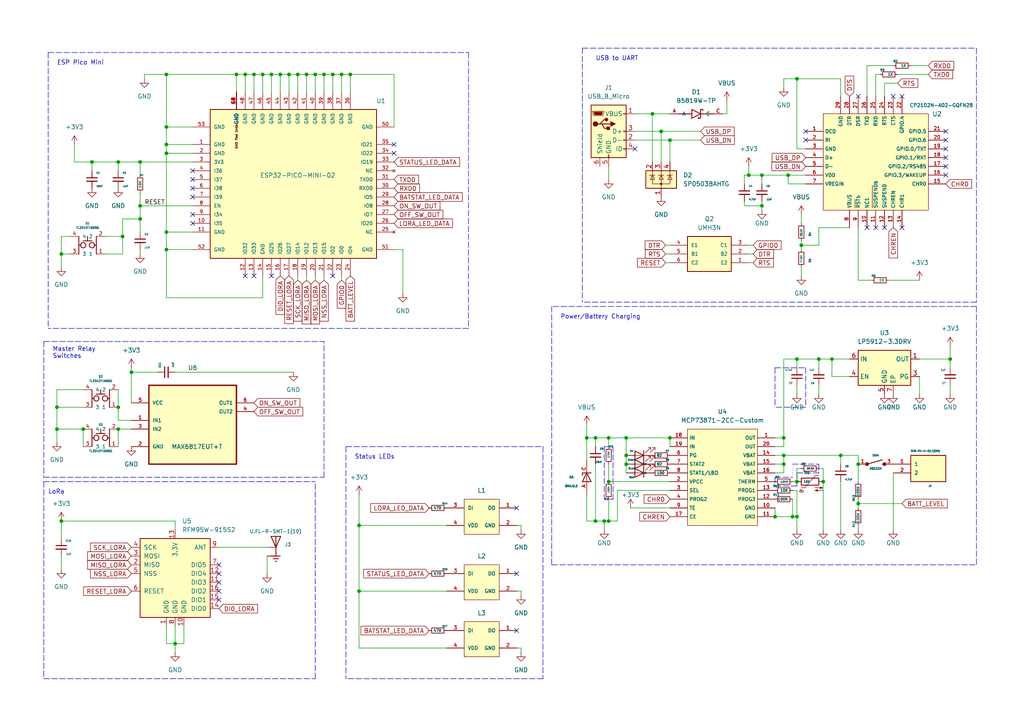
<source format=kicad_sch>
(kicad_sch (version 20211123) (generator eeschema)
  (paper "A4")
  (title_block (title "Kill Switch - Remote") (date "2023-04-12") (rev "1.1") (company "Created by: Greg Hulette") (comment 1 "- LoRa to WiFi Bridge") (comment 2 "- Buttons for Master Relay") (comment 3 "- Creates WiFi Network"))
  (junction (at 220.98 59.69))
  (junction (at 76.2 21.59))
  (junction (at 248.92 146.05))
  (junction (at 88.9 21.59))
  (junction (at 48.26 21.59))
  (junction (at 248.92 134.62))
  (junction (at 172.72 127))
  (junction (at 99.06 21.59))
  (junction (at 229.87 149.86))
  (junction (at 176.53 127))
  (junction (at 232.41 71.12))
  (junction (at 228.6 50.8))
  (junction (at 48.26 44.45))
  (junction (at 24.13 124.46))
  (junction (at 50.8 186.69))
  (junction (at 224.79 149.86))
  (junction (at 34.29 46.99))
  (junction (at 93.98 21.59))
  (junction (at 17.78 73.66))
  (junction (at 83.82 21.59))
  (junction (at 48.26 72.39))
  (junction (at 48.26 41.91))
  (junction (at 238.76 139.7))
  (junction (at 68.58 21.59))
  (junction (at 231.14 22.86))
  (junction (at 17.78 151.13))
  (junction (at 176.53 139.7))
  (junction (at 16.51 124.46))
  (junction (at 189.23 33.02))
  (junction (at 71.12 21.59))
  (junction (at 101.6 21.59))
  (junction (at 78.74 21.59))
  (junction (at 181.61 127))
  (junction (at 48.26 67.31))
  (junction (at 172.72 151.13))
  (junction (at 40.64 46.99))
  (junction (at 104.14 152.4))
  (junction (at 35.56 68.58))
  (junction (at 176.53 151.13))
  (junction (at 231.14 139.7))
  (junction (at 40.64 59.69))
  (junction (at 194.31 40.64))
  (junction (at 86.36 21.59))
  (junction (at 34.29 124.46))
  (junction (at 217.17 50.8))
  (junction (at 237.49 104.14))
  (junction (at 40.64 63.5))
  (junction (at 73.66 21.59))
  (junction (at 175.26 151.13))
  (junction (at 181.61 132.08))
  (junction (at 220.98 50.8))
  (junction (at 227.33 132.08))
  (junction (at 241.3 104.14))
  (junction (at 170.18 127))
  (junction (at 194.31 127))
  (junction (at 91.44 21.59))
  (junction (at 38.1 107.95))
  (junction (at 231.14 104.14))
  (junction (at 16.51 118.11))
  (junction (at 243.84 132.08))
  (junction (at 191.77 38.1))
  (junction (at 227.33 134.62))
  (junction (at 275.59 104.14))
  (junction (at 81.28 21.59))
  (junction (at 181.61 134.62))
  (junction (at 26.67 46.99))
  (junction (at 104.14 171.45))
  (junction (at 48.26 36.83))
  (junction (at 34.29 118.11))
  (junction (at 231.14 149.86))
  (junction (at 227.33 127))
  (junction (at 96.52 21.59))
  (no_connect (at 259.08 27.94))
  (no_connect (at 149.86 166.37))
  (no_connect (at 63.5 166.37))
  (no_connect (at 63.5 163.83))
  (no_connect (at 63.5 168.91))
  (no_connect (at 63.5 173.99))
  (no_connect (at 63.5 171.45))
  (no_connect (at 55.88 57.15))
  (no_connect (at 55.88 62.23))
  (no_connect (at 55.88 49.53))
  (no_connect (at 55.88 52.07))
  (no_connect (at 55.88 54.61))
  (no_connect (at 71.12 80.01))
  (no_connect (at 55.88 64.77))
  (no_connect (at 114.3 41.91))
  (no_connect (at 96.52 80.01))
  (no_connect (at 73.66 80.01))
  (no_connect (at 78.74 80.01))
  (no_connect (at 114.3 44.45))
  (no_connect (at 149.86 147.32))
  (no_connect (at 149.86 182.88))
  (no_connect (at 248.92 27.94))
  (no_connect (at 233.68 38.1))
  (no_connect (at 233.68 40.64))
  (no_connect (at 261.62 27.94))
  (no_connect (at 256.54 66.04))
  (no_connect (at 254 66.04))
  (no_connect (at 251.46 66.04))
  (no_connect (at 274.32 38.1))
  (no_connect (at 274.32 40.64))
  (no_connect (at 274.32 43.18))
  (no_connect (at 274.32 45.72))
  (no_connect (at 274.32 48.26))
  (no_connect (at 274.32 50.8))
  (no_connect (at 261.62 66.04))
  (no_connect (at 184.15 43.18))
  (wire (pts (xy 172.72 151.13) (xy 172.72 134.62)))
  (polyline (pts (xy 135.89 15.24) (xy 135.89 95.25)))
  (polyline (pts (xy 100.33 129.54) (xy 157.48 129.54)))
  (wire (pts (xy 193.04 76.2) (xy 194.31 76.2)))
  (wire (pts (xy 16.51 113.03) (xy 16.51 118.11)))
  (wire (pts (xy 237.49 104.14) (xy 241.3 104.14)))
  (wire (pts (xy 40.64 46.99) (xy 34.29 46.99)))
  (wire (pts (xy 238.76 135.89) (xy 238.76 139.7)))
  (wire (pts (xy 55.88 72.39) (xy 48.26 72.39)))
  (wire (pts (xy 215.9 58.42) (xy 215.9 59.69)))
  (wire (pts (xy 104.14 187.96) (xy 129.54 187.96)))
  (wire (pts (xy 50.8 186.69) (xy 50.8 189.23)))
  (wire (pts (xy 231.14 111.76) (xy 231.14 114.3)))
  (wire (pts (xy 254 27.94) (xy 254 21.59)))
  (wire (pts (xy 227.33 104.14) (xy 231.14 104.14)))
  (wire (pts (xy 176.53 134.62) (xy 176.53 139.7)))
  (wire (pts (xy 256.54 27.94) (xy 256.54 24.13)))
  (wire (pts (xy 170.18 123.19) (xy 170.18 127)))
  (polyline (pts (xy 12.7 196.85) (xy 91.44 196.85)))
  (wire (pts (xy 34.29 118.11) (xy 34.29 121.92)))
  (wire (pts (xy 48.26 67.31) (xy 55.88 67.31)))
  (wire (pts (xy 71.12 21.59) (xy 71.12 26.67)))
  (polyline (pts (xy 229.87 134.62) (xy 237.49 134.62)))
  (polyline (pts (xy 12.7 99.06) (xy 93.98 99.06)))
  (polyline (pts (xy 168.91 13.97) (xy 283.21 13.97)))
  (wire (pts (xy 17.78 161.29) (xy 17.78 165.1)))
  (wire (pts (xy 220.98 53.34) (xy 220.98 50.8)))
  (wire (pts (xy 181.61 132.08) (xy 181.61 134.62)))
  (polyline (pts (xy 231.14 140.97) (xy 224.79 140.97)))
  (wire (pts (xy 93.98 21.59) (xy 96.52 21.59)))
  (polyline (pts (xy 237.49 137.16) (xy 231.14 137.16)))
  (wire (pts (xy 17.78 68.58) (xy 17.78 73.66)))
  (wire (pts (xy 218.44 73.66) (xy 217.17 73.66)))
  (wire (pts (xy 40.64 59.69) (xy 40.64 63.5)))
  (wire (pts (xy 232.41 77.47) (xy 232.41 80.01)))
  (wire (pts (xy 104.14 143.51) (xy 104.14 152.4)))
  (wire (pts (xy 181.61 134.62) (xy 181.61 137.16)))
  (wire (pts (xy 237.49 66.04) (xy 237.49 71.12)))
  (wire (pts (xy 209.55 33.02) (xy 210.82 33.02)))
  (polyline (pts (xy 233.68 106.68) (xy 233.68 118.11)))
  (polyline (pts (xy 175.26 129.54) (xy 177.8 129.54)))
  (wire (pts (xy 48.26 72.39) (xy 48.26 67.31)))
  (wire (pts (xy 172.72 151.13) (xy 175.26 151.13)))
  (wire (pts (xy 48.26 44.45) (xy 48.26 41.91)))
  (wire (pts (xy 86.36 21.59) (xy 86.36 26.67)))
  (wire (pts (xy 176.53 151.13) (xy 175.26 151.13)))
  (wire (pts (xy 48.26 21.59) (xy 48.26 36.83)))
  (wire (pts (xy 53.34 181.61) (xy 53.34 186.69)))
  (wire (pts (xy 194.31 73.66) (xy 193.04 73.66)))
  (wire (pts (xy 194.31 127) (xy 194.31 129.54)))
  (wire (pts (xy 189.23 33.02) (xy 189.23 46.99)))
  (wire (pts (xy 16.51 118.11) (xy 24.13 118.11)))
  (polyline (pts (xy 283.21 88.9) (xy 283.21 163.83)))
  (wire (pts (xy 91.44 21.59) (xy 91.44 26.67)))
  (polyline (pts (xy 12.7 138.43) (xy 93.98 138.43)))
  (wire (pts (xy 88.9 21.59) (xy 91.44 21.59)))
  (wire (pts (xy 40.64 46.99) (xy 40.64 50.8)))
  (polyline (pts (xy 283.21 87.63) (xy 168.91 87.63)))
  (wire (pts (xy 48.26 41.91) (xy 55.88 41.91)))
  (wire (pts (xy 35.56 63.5) (xy 35.56 68.58)))
  (wire (pts (xy 229.87 142.24) (xy 231.14 142.24)))
  (polyline (pts (xy 135.89 95.25) (xy 13.97 95.25)))
  (wire (pts (xy 228.6 50.8) (xy 220.98 50.8)))
  (wire (pts (xy 170.18 151.13) (xy 170.18 143.51)))
  (wire (pts (xy 21.59 41.91) (xy 21.59 46.99)))
  (wire (pts (xy 151.13 153.67) (xy 151.13 152.4)))
  (wire (pts (xy 215.9 59.69) (xy 220.98 59.69)))
  (polyline (pts (xy 91.44 196.85) (xy 91.44 139.7)))
  (wire (pts (xy 275.59 114.3) (xy 275.59 111.76)))
  (polyline (pts (xy 160.02 88.9) (xy 160.02 163.83)))
  (wire (pts (xy 264.16 19.05) (xy 269.24 19.05)))
  (wire (pts (xy 220.98 58.42) (xy 220.98 59.69)))
  (wire (pts (xy 16.51 124.46) (xy 16.51 128.27)))
  (polyline (pts (xy 12.7 139.7) (xy 91.44 139.7)))
  (wire (pts (xy 231.14 104.14) (xy 237.49 104.14)))
  (wire (pts (xy 232.41 71.12) (xy 232.41 72.39)))
  (wire (pts (xy 176.53 144.78) (xy 176.53 151.13)))
  (wire (pts (xy 55.88 46.99) (xy 40.64 46.99)))
  (polyline (pts (xy 237.49 134.62) (xy 237.49 137.16)))
  (wire (pts (xy 86.36 21.59) (xy 88.9 21.59)))
  (wire (pts (xy 26.67 46.99) (xy 21.59 46.99)))
  (wire (pts (xy 17.78 73.66) (xy 20.32 73.66)))
  (wire (pts (xy 73.66 21.59) (xy 76.2 21.59)))
  (wire (pts (xy 224.79 127) (xy 227.33 127)))
  (wire (pts (xy 151.13 171.45) (xy 149.86 171.45)))
  (polyline (pts (xy 168.91 13.97) (xy 168.91 87.63)))
  (wire (pts (xy 91.44 81.28) (xy 91.44 80.01)))
  (wire (pts (xy 83.82 21.59) (xy 86.36 21.59)))
  (wire (pts (xy 48.26 21.59) (xy 68.58 21.59)))
  (wire (pts (xy 176.53 48.26) (xy 176.53 52.07)))
  (wire (pts (xy 229.87 139.7) (xy 231.14 139.7)))
  (wire (pts (xy 129.54 152.4) (xy 104.14 152.4)))
  (wire (pts (xy 71.12 21.59) (xy 73.66 21.59)))
  (wire (pts (xy 181.61 127) (xy 181.61 132.08)))
  (wire (pts (xy 77.47 161.29) (xy 77.47 166.37)))
  (wire (pts (xy 40.64 72.39) (xy 40.64 73.66)))
  (wire (pts (xy 248.92 152.4) (xy 248.92 153.67)))
  (wire (pts (xy 233.68 50.8) (xy 228.6 50.8)))
  (wire (pts (xy 53.34 186.69) (xy 50.8 186.69)))
  (wire (pts (xy 246.38 109.22) (xy 241.3 109.22)))
  (wire (pts (xy 176.53 151.13) (xy 179.07 151.13)))
  (polyline (pts (xy 177.8 144.78) (xy 175.26 144.78)))
  (wire (pts (xy 220.98 59.69) (xy 220.98 60.96)))
  (polyline (pts (xy 12.7 139.7) (xy 12.7 196.85)))
  (wire (pts (xy 17.78 151.13) (xy 17.78 156.21)))
  (wire (pts (xy 88.9 81.28) (xy 88.9 80.01)))
  (wire (pts (xy 184.15 40.64) (xy 194.31 40.64)))
  (wire (pts (xy 176.53 139.7) (xy 194.31 139.7)))
  (wire (pts (xy 38.1 107.95) (xy 38.1 116.84)))
  (wire (pts (xy 227.33 22.86) (xy 227.33 25.4)))
  (wire (pts (xy 224.79 137.16) (xy 227.33 137.16)))
  (wire (pts (xy 40.64 55.88) (xy 40.64 59.69)))
  (wire (pts (xy 50.8 181.61) (xy 50.8 186.69)))
  (wire (pts (xy 81.28 21.59) (xy 83.82 21.59)))
  (wire (pts (xy 38.1 106.68) (xy 38.1 107.95)))
  (wire (pts (xy 237.49 106.68) (xy 237.49 104.14)))
  (wire (pts (xy 182.88 147.32) (xy 194.31 147.32)))
  (wire (pts (xy 48.26 181.61) (xy 48.26 186.69)))
  (wire (pts (xy 237.49 71.12) (xy 232.41 71.12)))
  (wire (pts (xy 170.18 151.13) (xy 172.72 151.13)))
  (wire (pts (xy 237.49 135.89) (xy 238.76 135.89)))
  (wire (pts (xy 248.92 132.08) (xy 248.92 134.62)))
  (wire (pts (xy 224.79 134.62) (xy 227.33 134.62)))
  (wire (pts (xy 176.53 127) (xy 181.61 127)))
  (wire (pts (xy 266.7 104.14) (xy 275.59 104.14)))
  (wire (pts (xy 101.6 26.67) (xy 101.6 21.59)))
  (wire (pts (xy 76.2 80.01) (xy 76.2 86.36)))
  (wire (pts (xy 34.29 121.92) (xy 38.1 121.92)))
  (polyline (pts (xy 231.14 137.16) (xy 231.14 140.97)))
  (wire (pts (xy 231.14 135.89) (xy 231.14 139.7)))
  (wire (pts (xy 50.8 107.95) (xy 85.09 107.95)))
  (wire (pts (xy 194.31 40.64) (xy 194.31 46.99)))
  (wire (pts (xy 48.26 186.69) (xy 50.8 186.69)))
  (wire (pts (xy 17.78 73.66) (xy 17.78 77.47)))
  (wire (pts (xy 210.82 29.21) (xy 210.82 33.02)))
  (polyline (pts (xy 224.79 106.68) (xy 224.79 118.11)))
  (wire (pts (xy 76.2 26.67) (xy 76.2 21.59)))
  (wire (pts (xy 26.67 46.99) (xy 26.67 49.53)))
  (wire (pts (xy 227.33 137.16) (xy 227.33 134.62)))
  (wire (pts (xy 217.17 76.2) (xy 218.44 76.2)))
  (wire (pts (xy 248.92 134.62) (xy 248.92 139.7)))
  (wire (pts (xy 179.07 142.24) (xy 179.07 151.13)))
  (wire (pts (xy 259.08 153.67) (xy 259.08 137.16)))
  (wire (pts (xy 231.14 22.86) (xy 227.33 22.86)))
  (wire (pts (xy 16.51 118.11) (xy 16.51 124.46)))
  (wire (pts (xy 86.36 81.28) (xy 86.36 80.01)))
  (wire (pts (xy 96.52 21.59) (xy 96.52 26.67)))
  (wire (pts (xy 224.79 129.54) (xy 227.33 129.54)))
  (wire (pts (xy 176.53 127) (xy 176.53 129.54)))
  (wire (pts (xy 229.87 149.86) (xy 231.14 149.86)))
  (wire (pts (xy 104.14 171.45) (xy 129.54 171.45)))
  (wire (pts (xy 248.92 144.78) (xy 248.92 146.05)))
  (wire (pts (xy 170.18 133.35) (xy 170.18 127)))
  (wire (pts (xy 227.33 132.08) (xy 243.84 132.08)))
  (wire (pts (xy 68.58 21.59) (xy 68.58 26.67)))
  (wire (pts (xy 151.13 187.96) (xy 149.86 187.96)))
  (wire (pts (xy 104.14 152.4) (xy 104.14 171.45)))
  (wire (pts (xy 34.29 124.46) (xy 34.29 129.54)))
  (wire (pts (xy 41.91 21.59) (xy 48.26 21.59)))
  (wire (pts (xy 241.3 104.14) (xy 246.38 104.14)))
  (wire (pts (xy 233.68 53.34) (xy 228.6 53.34)))
  (wire (pts (xy 231.14 153.67) (xy 231.14 149.86)))
  (wire (pts (xy 243.84 132.08) (xy 248.92 132.08)))
  (wire (pts (xy 48.26 86.36) (xy 48.26 72.39)))
  (polyline (pts (xy 224.79 106.68) (xy 233.68 106.68)))
  (wire (pts (xy 275.59 100.33) (xy 275.59 104.14)))
  (wire (pts (xy 248.92 146.05) (xy 261.62 146.05)))
  (wire (pts (xy 238.76 139.7) (xy 238.76 153.67)))
  (wire (pts (xy 34.29 46.99) (xy 34.29 49.53)))
  (polyline (pts (xy 157.48 129.54) (xy 157.48 196.85)))
  (wire (pts (xy 184.15 33.02) (xy 189.23 33.02)))
  (wire (pts (xy 99.06 21.59) (xy 101.6 21.59)))
  (wire (pts (xy 114.3 21.59) (xy 101.6 21.59)))
  (wire (pts (xy 78.74 21.59) (xy 78.74 26.67)))
  (wire (pts (xy 35.56 63.5) (xy 40.64 63.5)))
  (polyline (pts (xy 100.33 129.54) (xy 100.33 196.85)))
  (wire (pts (xy 24.13 124.46) (xy 24.13 129.54)))
  (wire (pts (xy 96.52 21.59) (xy 99.06 21.59)))
  (wire (pts (xy 116.84 72.39) (xy 116.84 85.09)))
  (wire (pts (xy 191.77 38.1) (xy 191.77 46.99)))
  (wire (pts (xy 227.33 104.14) (xy 227.33 127)))
  (wire (pts (xy 227.33 129.54) (xy 227.33 127)))
  (wire (pts (xy 151.13 152.4) (xy 149.86 152.4)))
  (polyline (pts (xy 93.98 138.43) (xy 93.98 99.06)))
  (wire (pts (xy 233.68 43.18) (xy 231.14 43.18)))
  (polyline (pts (xy 160.02 163.83) (xy 283.21 163.83)))
  (wire (pts (xy 151.13 172.72) (xy 151.13 171.45)))
  (wire (pts (xy 232.41 135.89) (xy 231.14 135.89)))
  (wire (pts (xy 81.28 21.59) (xy 81.28 26.67)))
  (wire (pts (xy 248.92 81.28) (xy 252.73 81.28)))
  (wire (pts (xy 172.72 129.54) (xy 172.72 127)))
  (wire (pts (xy 35.56 68.58) (xy 35.56 73.66)))
  (wire (pts (xy 41.91 21.59) (xy 41.91 22.86)))
  (wire (pts (xy 104.14 171.45) (xy 104.14 187.96)))
  (wire (pts (xy 251.46 27.94) (xy 251.46 19.05)))
  (wire (pts (xy 88.9 21.59) (xy 88.9 26.67)))
  (polyline (pts (xy 175.26 129.54) (xy 175.26 144.78)))
  (wire (pts (xy 175.26 151.13) (xy 175.26 153.67)))
  (wire (pts (xy 232.41 62.23) (xy 232.41 64.77)))
  (wire (pts (xy 254 21.59) (xy 255.27 21.59)))
  (wire (pts (xy 93.98 21.59) (xy 93.98 26.67)))
  (wire (pts (xy 248.92 146.05) (xy 248.92 147.32)))
  (wire (pts (xy 50.8 153.67) (xy 50.8 151.13)))
  (wire (pts (xy 248.92 66.04) (xy 248.92 81.28)))
  (wire (pts (xy 93.98 81.28) (xy 93.98 80.01)))
  (wire (pts (xy 151.13 189.23) (xy 151.13 187.96)))
  (wire (pts (xy 181.61 127) (xy 194.31 127)))
  (wire (pts (xy 50.8 151.13) (xy 17.78 151.13)))
  (wire (pts (xy 217.17 48.26) (xy 217.17 50.8)))
  (wire (pts (xy 83.82 21.59) (xy 83.82 26.67)))
  (wire (pts (xy 172.72 127) (xy 176.53 127)))
  (wire (pts (xy 40.64 59.69) (xy 55.88 59.69)))
  (wire (pts (xy 30.48 68.58) (xy 35.56 68.58)))
  (wire (pts (xy 229.87 149.86) (xy 224.79 149.86)))
  (wire (pts (xy 34.29 124.46) (xy 38.1 124.46)))
  (wire (pts (xy 63.5 158.75) (xy 77.47 158.75)))
  (wire (pts (xy 17.78 68.58) (xy 20.32 68.58)))
  (polyline (pts (xy 283.21 13.97) (xy 283.21 87.63)))
  (wire (pts (xy 243.84 27.94) (xy 243.84 22.86)))
  (wire (pts (xy 232.41 69.85) (xy 232.41 71.12)))
  (wire (pts (xy 215.9 50.8) (xy 217.17 50.8)))
  (wire (pts (xy 48.26 44.45) (xy 55.88 44.45)))
  (wire (pts (xy 16.51 124.46) (xy 24.13 124.46)))
  (polyline (pts (xy 12.7 99.06) (xy 12.7 138.43)))
  (wire (pts (xy 231.14 142.24) (xy 231.14 149.86)))
  (polyline (pts (xy 233.68 118.11) (xy 224.79 118.11)))
  (wire (pts (xy 91.44 21.59) (xy 93.98 21.59)))
  (wire (pts (xy 16.51 113.03) (xy 24.13 113.03)))
  (wire (pts (xy 217.17 50.8) (xy 220.98 50.8)))
  (wire (pts (xy 73.66 21.59) (xy 73.66 26.67)))
  (wire (pts (xy 114.3 36.83) (xy 114.3 21.59)))
  (wire (pts (xy 30.48 73.66) (xy 35.56 73.66)))
  (wire (pts (xy 194.31 142.24) (xy 179.07 142.24)))
  (wire (pts (xy 257.81 81.28) (xy 266.7 81.28)))
  (polyline (pts (xy 283.21 88.9) (xy 160.02 88.9)))
  (polyline (pts (xy 177.8 129.54) (xy 177.8 144.78)))
  (polyline (pts (xy 224.79 138.43) (xy 224.79 140.97)))
  (wire (pts (xy 40.64 63.5) (xy 40.64 67.31)))
  (wire (pts (xy 55.88 36.83) (xy 48.26 36.83)))
  (wire (pts (xy 189.23 33.02) (xy 194.31 33.02)))
  (wire (pts (xy 184.15 38.1) (xy 191.77 38.1)))
  (wire (pts (xy 78.74 21.59) (xy 81.28 21.59)))
  (wire (pts (xy 48.26 36.83) (xy 48.26 41.91)))
  (polyline (pts (xy 157.48 196.85) (xy 100.33 196.85)))
  (wire (pts (xy 215.9 53.34) (xy 215.9 50.8)))
  (wire (pts (xy 224.79 147.32) (xy 224.79 149.86)))
  (wire (pts (xy 34.29 46.99) (xy 26.67 46.99)))
  (wire (pts (xy 260.35 21.59) (xy 269.24 21.59)))
  (wire (pts (xy 191.77 38.1) (xy 203.2 38.1)))
  (wire (pts (xy 48.26 67.31) (xy 48.26 44.45)))
  (wire (pts (xy 231.14 43.18) (xy 231.14 22.86)))
  (wire (pts (xy 76.2 21.59) (xy 78.74 21.59)))
  (polyline (pts (xy 229.87 138.43) (xy 229.87 134.62)) (stroke (width 0) (type dot)))
  (wire (pts (xy 38.1 107.95) (xy 45.72 107.95)))
  (wire (pts (xy 229.87 144.78) (xy 229.87 149.86)))
  (wire (pts (xy 76.2 86.36) (xy 48.26 86.36)))
  (wire (pts (xy 243.84 153.67) (xy 243.84 139.7)))
  (wire (pts (xy 275.59 106.68) (xy 275.59 104.14)))
  (wire (pts (xy 256.54 24.13) (xy 260.35 24.13)))
  (wire (pts (xy 217.17 71.12) (xy 218.44 71.12)))
  (wire (pts (xy 241.3 109.22) (xy 241.3 104.14)))
  (polyline (pts (xy 224.79 138.43) (xy 229.87 138.43)))
  (wire (pts (xy 231.14 106.68) (xy 231.14 104.14)))
  (wire (pts (xy 193.04 71.12) (xy 194.31 71.12)))
  (polyline (pts (xy 13.97 15.24) (xy 135.89 15.24)))
  (wire (pts (xy 228.6 53.34) (xy 228.6 50.8)))
  (wire (pts (xy 237.49 66.04) (xy 246.38 66.04)))
  (wire (pts (xy 170.18 127) (xy 172.72 127)))
  (wire (pts (xy 237.49 111.76) (xy 237.49 114.3)))
  (wire (pts (xy 227.33 134.62) (xy 227.33 132.08)))
  (wire (pts (xy 243.84 134.62) (xy 243.84 132.08)))
  (wire (pts (xy 251.46 19.05) (xy 259.08 19.05)))
  (wire (pts (xy 68.58 21.59) (xy 71.12 21.59)))
  (wire (pts (xy 243.84 22.86) (xy 231.14 22.86)))
  (wire (pts (xy 194.31 40.64) (xy 203.2 40.64)))
  (wire (pts (xy 224.79 132.08) (xy 227.33 132.08)))
  (wire (pts (xy 266.7 114.3) (xy 266.7 109.22)))
  (wire (pts (xy 99.06 80.01) (xy 99.06 81.28)))
  (wire (pts (xy 99.06 21.59) (xy 99.06 26.67)))
  (wire (pts (xy 34.29 113.03) (xy 34.29 118.11)))
  (wire (pts (xy 114.3 72.39) (xy 116.84 72.39)))
  (polyline (pts (xy 13.97 15.24) (xy 13.97 95.25)))
  (text "Power/Battery Charging" (at 162.56 92.71 0) (effects (font (size 1.27 1.27)) (justify left bottom)))
  (text "ESP Pico Mini" (at 16.51 19.05 0) (effects (font (size 1.27 1.27)) (justify left bottom)))
  (text "Master Relay \nSwitches" (at 15.24 104.14 0) (effects (font (size 1.27 1.27)) (justify left bottom)))
  (text "LoRa" (at 13.97 143.51 0) (effects (font (size 1.27 1.27)) (justify left bottom)))
  (text "Status LEDs" (at 102.87 133.35 0) (effects (font (size 1.27 1.27)) (justify left bottom)))
  (text "USB to UART" (at 172.72 17.78 0) (effects (font (size 1.27 1.27)) (justify left bottom)))
  (label "RESET" (at 41.91 59.69 0))
  (global_label "SCK_LORA" (shape input) (at 38.1 158.75 180) (property "Intersheet References" "${INTERSHEET_REFS}" (effects hide)))
  (global_label "TXD0" (shape input) (at 114.3 52.07 0) (property "Intersheet References" "${INTERSHEET_REFS}" (effects hide)))
  (global_label "TXD0" (shape input) (at 269.24 21.59 0) (property "Intersheet References" "${INTERSHEET_REFS}" (effects hide)))
  (global_label "DI0_LORA" (shape input) (at 81.28 80.01 270) (property "Intersheet References" "${INTERSHEET_REFS}" (effects hide)))
  (global_label "GPIO0" (shape input) (at 218.44 71.12 0) (property "Intersheet References" "${INTERSHEET_REFS}" (effects hide)))
  (global_label "MOSI_LORA" (shape input) (at 38.1 161.29 180) (property "Intersheet References" "${INTERSHEET_REFS}" (effects hide)))
  (global_label "NSS_LORA" (shape input) (at 38.1 166.37 180) (property "Intersheet References" "${INTERSHEET_REFS}" (effects hide)))
  (global_label "OFF_SW_OUT" (shape input) (at 114.3 62.23 0) (property "Intersheet References" "${INTERSHEET_REFS}" (effects hide)))
  (global_label "LORA_LED_DATA" (shape input) (at 114.3 64.77 0) (property "Intersheet References" "${INTERSHEET_REFS}" (effects hide)))
  (global_label "MISO_LORA" (shape input) (at 38.1 163.83 180) (property "Intersheet References" "${INTERSHEET_REFS}" (effects hide)))
  (global_label "CHREN" (shape input) (at 259.08 66.04 270) (property "Intersheet References" "${INTERSHEET_REFS}" (effects hide)))
  (global_label "RTS" (shape input) (at 218.44 76.2 0) (property "Intersheet References" "${INTERSHEET_REFS}" (effects hide)))
  (global_label "DTR" (shape input) (at 193.04 71.12 180) (property "Intersheet References" "${INTERSHEET_REFS}" (effects hide)))
  (global_label "GPIO0" (shape input) (at 99.06 81.28 270) (property "Intersheet References" "${INTERSHEET_REFS}" (effects hide)))
  (global_label "USB_DP" (shape input) (at 203.2 38.1 0) (property "Intersheet References" "${INTERSHEET_REFS}" (effects hide)))
  (global_label "OFF_SW_OUT" (shape input) (at 73.66 119.38 0) (property "Intersheet References" "${INTERSHEET_REFS}" (effects hide)))
  (global_label "USB_DN" (shape input) (at 233.68 48.26 180) (property "Intersheet References" "${INTERSHEET_REFS}" (effects hide)))
  (global_label "RESET_LORA" (shape input) (at 38.1 171.45 180) (property "Intersheet References" "${INTERSHEET_REFS}" (effects hide)))
  (global_label "USB_DN" (shape input) (at 203.2 40.64 0) (property "Intersheet References" "${INTERSHEET_REFS}" (effects hide)))
  (global_label "STATUS_LED_DATA" (shape input) (at 124.46 166.37 180) (property "Intersheet References" "${INTERSHEET_REFS}" (effects hide)))
  (global_label "MISO_LORA" (shape input) (at 88.9 81.28 270) (property "Intersheet References" "${INTERSHEET_REFS}" (effects hide)))
  (global_label "CHR0" (shape input) (at 274.32 53.34 0) (property "Intersheet References" "${INTERSHEET_REFS}" (effects hide)))
  (global_label "LORA_LED_DATA" (shape input) (at 124.46 147.32 180) (property "Intersheet References" "${INTERSHEET_REFS}" (effects hide)))
  (global_label "RTS" (shape input) (at 193.04 73.66 180) (property "Intersheet References" "${INTERSHEET_REFS}" (effects hide)))
  (global_label "RXD0" (shape input) (at 114.3 54.61 0) (property "Intersheet References" "${INTERSHEET_REFS}" (effects hide)))
  (global_label "DTR" (shape input) (at 218.44 73.66 0) (property "Intersheet References" "${INTERSHEET_REFS}" (effects hide)))
  (global_label "RESET_LORA" (shape input) (at 83.82 80.01 270) (property "Intersheet References" "${INTERSHEET_REFS}" (effects hide)))
  (global_label "STATUS_LED_DATA" (shape input) (at 114.3 46.99 0) (property "Intersheet References" "${INTERSHEET_REFS}" (effects hide)))
  (global_label "CHR0" (shape input) (at 194.31 144.78 180) (property "Intersheet References" "${INTERSHEET_REFS}" (effects hide)))
  (global_label "ON_SW_OUT" (shape input) (at 73.66 116.84 0) (property "Intersheet References" "${INTERSHEET_REFS}" (effects hide)))
  (global_label "BATSTAT_LED_DATA" (shape input) (at 124.46 182.88 180) (property "Intersheet References" "${INTERSHEET_REFS}" (effects hide)))
  (global_label "ON_SW_OUT" (shape input) (at 114.3 59.69 0) (property "Intersheet References" "${INTERSHEET_REFS}" (effects hide)))
  (global_label "RESET" (shape input) (at 193.04 76.2 180) (property "Intersheet References" "${INTERSHEET_REFS}" (effects hide)))
  (global_label "RXD0" (shape input) (at 269.24 19.05 0) (property "Intersheet References" "${INTERSHEET_REFS}" (effects hide)))
  (global_label "BATT_LEVEL" (shape input) (at 261.62 146.05 0) (property "Intersheet References" "${INTERSHEET_REFS}" (effects hide)))
  (global_label "BATT_LEVEL" (shape input) (at 101.6 80.01 270) (property "Intersheet References" "${INTERSHEET_REFS}" (effects hide)))
  (global_label "RTS" (shape input) (at 260.35 24.13 0) (property "Intersheet References" "${INTERSHEET_REFS}" (effects hide)))
  (global_label "CHREN" (shape input) (at 194.31 149.86 180) (property "Intersheet References" "${INTERSHEET_REFS}" (effects hide)))
  (global_label "SCK_LORA" (shape input) (at 86.36 81.28 270) (property "Intersheet References" "${INTERSHEET_REFS}" (effects hide)))
  (global_label "BATSTAT_LED_DATA" (shape input) (at 114.3 57.15 0) (property "Intersheet References" "${INTERSHEET_REFS}" (effects hide)))
  (global_label "DTS" (shape input) (at 246.38 27.94 90) (property "Intersheet References" "${INTERSHEET_REFS}" (effects hide)))
  (global_label "USB_DP" (shape input) (at 233.68 45.72 180) (property "Intersheet References" "${INTERSHEET_REFS}" (effects hide)))
  (global_label "NSS_LORA" (shape input) (at 93.98 81.28 270) (property "Intersheet References" "${INTERSHEET_REFS}" (effects hide)))
  (global_label "MOSI_LORA" (shape input) (at 91.44 81.28 270) (property "Intersheet References" "${INTERSHEET_REFS}" (effects hide)))
  (global_label "DI0_LORA" (shape input) (at 63.5 176.53 0) (property "Intersheet References" "${INTERSHEET_REFS}" (effects hide)))
  (symbol (lib_id "power:GND") (at 41.91 22.86 0) (unit 1)
    (property "Reference" "#PWR0136" (effects hide))
    (property "Value" "GND" (at 41.91 27.94 0))
  )
  (symbol (lib_id "power:GND") (at 227.33 25.4 0) (unit 1)
    (property "Reference" "#PWR0108" (effects hide))
    (property "Value" "GND" (at 227.33 30.48 0))
  )
  (symbol (lib_id "LED:WS2812B-2020") (at 139.7 149.86 0) (unit 1)
    (property "Reference" "L1" (at 139.7 142.24 0))
    (property "Value" "WS2812B" (effects hide))
    (property "Footprint" "LED_SMD:LED_WS2812B_PLCC4_5.0x5.0mm_P3.2mm" (effects hide))
    (property "Datasheet" "http://cdn.sparkfun.com/datasheets/BreakoutBoards/WS2812B.pdf" (effects hide))
    (property "Manufacturers Name" "SparkFun Electronics" (effects hide))
    (property "Manufacturers Part Number" "COM-16347" (effects hide))
    (property "Digikey Part Number" "1568-COM-16347CT-ND" (effects hide))
    (property "Mouser Part Number" "485-4684" (effects hide))
    (property "LCSC" "C114586" (effects hide))
  )
  (symbol (lib_id "Device:C_Small") (at 40.64 69.85 0) (unit 1)
    (property "Reference" "C3" (at 41.91 67.9513 0) (effects (font (size 0.5 0.5)) (justify left)))
    (property "Value" ".1uF" (at 41.91 71.7613 0) (effects (font (size 0.5 0.5)) (justify left)))
    (property "Footprint" "Capacitor_SMD:C_0603_1608Metric" (effects hide))
    (property "Datasheet" "https://www.we-online.com/katalog/datasheet/885012206020.pdf" (effects hide))
    (property "Manufacturers Name" "Würth Elektronik" (effects hide))
    (property "Manufacturers Part Number" "885012206020" (effects hide))
    (property "Digikey Part Number" "732-7939-1-ND" (effects hide))
    (property "Mouser Part Number" "710-885012206020 " (effects hide))
    (property "LCSC" "-----" (effects hide))
  )
  (symbol (lib_id "power:GND") (at 238.76 153.67 0) (unit 1)
    (property "Reference" "#PWR0117" (effects hide))
    (property "Value" "GND" (at 238.76 157.48 0))
  )
  (symbol (lib_id "Device:C_Small") (at 172.72 132.08 0) (unit 1)
    (property "Reference" "C8" (at 173.99 130.1813 0) (effects (font (size 0.5 0.5)) (justify left)))
    (property "Value" "10uF" (at 172.72 133.9913 0) (effects (font (size 0.5 0.5)) (justify left)))
    (property "Footprint" "Capacitor_SMD:C_0805_2012Metric" (effects hide))
    (property "Datasheet" "https://www.we-online.com/katalog/datasheet/885012107014.pdf" (effects hide))
    (property "Manufacturers Name" "Würth Elektronik" (effects hide))
    (property "Manufacturers Part Number" "885012107014" (effects hide))
    (property "Digikey Part Number" "732-7624-1-ND" (effects hide))
    (property "Mouser Part Number" "710-885012107014" (effects hide))
    (property "LCSC" "-----" (effects hide))
  )
  (symbol (lib_id "Custom:S2B-PH-K-S(LF)(SN)") (at 269.24 134.62 0) (unit 1)
    (property "Reference" "J2" (at 269.24 140.9699 0) (effects (font (size 0.5 0.5)) (justify left)))
    (property "Value" "S2B-PH-K-S(LF)(SN)" (at 264.16 130.8099 0) (effects (font (size 0.5 0.5)) (justify left)))
    (property "Footprint" "Custom:JST_S2B-PH-K-S(LF)(SN)" (effects hide))
    (property "Datasheet" "https://www.jst-mfg.com/product/pdf/eng/ePH.pdf" (effects hide))
    (property "MAXIMUM_PACKAGE_HEIGHT" "4.8mm" (effects hide))
    (property "PACKAGE" "None" (effects hide))
    (property "AVAILABILITY" "Unavailable" (effects hide))
    (property "DESCRIPTION" "Connector Header Through Hole, Right Angle 2 position" (effects hide))
    (property "MP" "S2B-PH-K-S_LF__SN_" (effects hide))
    (property "MF" "JST Sales" (effects hide))
    (property "PRICE" "None" (effects hide))
    (property "Manufacturers Name" "JST Sales America Inc." (effects hide))
    (property "Manufacturers Part Number" "S2B-PH-K-S(LF)(SN)" (effects hide))
    (property "Digikey Part Number" "455-1719-ND" (effects hide))
    (property "Mouser Part Number" "-----" (effects hide))
    (property "LCSC" "C173752" (effects hide))
  )
  (symbol (lib_id "Device:R_Small") (at 191.77 137.16 270) (unit 1)
    (property "Reference" "R9" (at 193.0401 135.89 90) (effects (font (size 0.5 0.5)) (justify left)))
    (property "Value" "150" (at 190.5001 137.16 90) (effects (font (size 0.75 0.75)) (justify left)))
    (property "Footprint" "Resistor_SMD:R_0402_1005Metric" (effects hide))
    (property "Datasheet" "https://industrial.panasonic.com/cdbs/www-data/pdf/RDO0000/AOA0000C331.pdf" (effects hide))
    (property "Manufacturers Name" "Panasonic Electronic Components" (effects hide))
    (property "Manufacturers Part Number" "ERJ-PA2F1500X" (effects hide))
    (property "Digikey Part Number" "2019-SG73P1EWTTP101JCT-ND" (effects hide))
    (property "Mouser Part Number" "667-ERJ-PA2F1500X " (effects hide))
    (property "LCSC" "-------" (effects hide))
  )
  (symbol (lib_id "power:GND") (at 220.98 60.96 0) (unit 1)
    (property "Reference" "#PWR0105" (effects hide))
    (property "Value" "GND" (at 220.98 64.77 0))
  )
  (symbol (lib_id "Device:C_Small") (at 220.98 55.88 0) (unit 1)
    (property "Reference" "C5" (at 222.25 53.9813 0) (effects (font (size 0.5 0.5)) (justify left)))
    (property "Value" ".1uF" (at 222.25 57.7913 0) (effects (font (size 0.5 0.5)) (justify left)))
    (property "Footprint" "Capacitor_SMD:C_0603_1608Metric" (effects hide))
    (property "Datasheet" "https://www.we-online.com/katalog/datasheet/885012206020.pdf" (effects hide))
    (property "Manufacturers Name" "Würth Elektronik" (effects hide))
    (property "Manufacturers Part Number" "885012206020" (effects hide))
    (property "Digikey Part Number" "732-7939-1-ND" (effects hide))
    (property "Mouser Part Number" "710-885012206020 " (effects hide))
    (property "LCSC" "-----" (effects hide))
  )
  (symbol (lib_id "Device:R_Small") (at 127 182.88 270) (unit 1)
    (property "Reference" "R17" (at 128.2701 181.61 90) (effects (font (size 0.5 0.5)) (justify left)))
    (property "Value" "470" (at 125.7301 182.88 90) (effects (font (size 0.75 0.75)) (justify left)))
    (property "Footprint" "Resistor_SMD:R_0402_1005Metric" (effects hide))
    (property "Datasheet" "https://www.yageo.com/upload/media/product/productsearch/datasheet/rchip/PYu-RC_Group_51_RoHS_L_12.pdf" (effects hide))
    (property "Manufacturers Name" "YAGEO" (effects hide))
    (property "Manufacturers Part Number" "RC0402JR-13220RL" (effects hide))
    (property "Digikey Part Number" "13-RC0402JR-13220RLCT-ND" (effects hide))
    (property "Mouser Part Number" "603-RC0402JR-13220RL " (effects hide))
    (property "LCSC" "C3931306" (effects hide))
  )
  (symbol (lib_id "Regulator_Linear:LP5912-3.3DRV") (at 256.54 106.68 0) (unit 1)
    (property "Reference" "U3" (at 256.54 96.52 0))
    (property "Value" "LP5912-3.3DRV" (at 256.54 99.06 0))
    (property "Footprint" "Package_SON:WSON-6-1EP_2x2mm_P0.65mm_EP1x1.6mm_ThermalVias" (effects hide))
    (property "Datasheet" "http://www.ti.com/lit/ds/symlink/lp5912.pdf" (effects hide))
    (property "Manufacturers Name" "Texas Instruments" (effects hide))
    (property "Manufacturers Part Number" "LP5912Q3.3DRVTQ1" (effects hide))
    (property "Digikey Part Number" "296-48933-1-ND" (effects hide))
    (property "LCSC" "C2876187" (effects hide))
    (property "Mouser Part Number" "595-LP5912Q3.3DRVTQ1" (effects hide))
  )
  (symbol (lib_id "power:GND") (at 231.14 114.3 0) (unit 1)
    (property "Reference" "#PWR?" (effects hide))
    (property "Value" "GND" (at 231.14 118.11 0))
  )
  (symbol (lib_id "Device:R_Small") (at 127 166.37 270) (unit 1)
    (property "Reference" "R16" (at 128.2701 165.1 90) (effects (font (size 0.5 0.5)) (justify left)))
    (property "Value" "470" (at 125.7301 166.37 90) (effects (font (size 0.75 0.75)) (justify left)))
    (property "Footprint" "Resistor_SMD:R_0402_1005Metric" (effects hide))
    (property "Datasheet" "https://www.yageo.com/upload/media/product/productsearch/datasheet/rchip/PYu-RC_Group_51_RoHS_L_12.pdf" (effects hide))
    (property "Manufacturers Name" "YAGEO" (effects hide))
    (property "Manufacturers Part Number" "RC0402JR-13220RL" (effects hide))
    (property "Digikey Part Number" "13-RC0402JR-13220RLCT-ND" (effects hide))
    (property "Mouser Part Number" "603-RC0402JR-13220RL " (effects hide))
    (property "LCSC" "C3931306" (effects hide))
  )
  (symbol (lib_id "power:+3.3V") (at 104.14 143.51 0) (unit 1)
    (property "Reference" "#PWR0130" (effects hide))
    (property "Value" "+3.3V" (at 104.14 138.43 0))
  )
  (symbol (lib_id "power:GND") (at 256.54 114.3 0) (unit 1)
    (property "Reference" "#PWR0121" (effects hide))
    (property "Value" "GND" (at 256.54 118.11 0))
  )
  (symbol (lib_id "Device:LED") (at 185.42 132.08 180) (unit 1)
    (property "Reference" "D4" (at 183.1975 130.81 0) (effects (font (size 0.5 0.5))))
    (property "Value" "Green" (at 183.1975 133.35 0) (effects (font (size 0.5 0.5))))
    (property "Footprint" "LED_SMD:LED_0805_2012Metric_Pad1.15x1.40mm_HandSolder" (effects hide))
    (property "Datasheet" "https://media.digikey.com/pdf/Data%20Sheets/Lite-On%20PDFs/LTST-C171GKT.pdf" (effects hide))
    (property "Manufacturers Name" "Lite-On Inc." (effects hide))
    (property "Manufacturers Part Number" "LTST-C171GKT" (effects hide))
    (property "Digikey Part Number" "160-1423-1-ND" (effects hide))
    (property "Mouser Part Number" "859-LTST-C171GKT" (effects hide))
    (property "LCSC" "C913075" (effects hide))
  )
  (symbol (lib_id "power:VBUS") (at 170.18 123.19 0) (unit 1)
    (property "Reference" "#PWR0113" (effects hide))
    (property "Value" "VBUS" (at 170.18 118.11 0))
  )
  (symbol (lib_id "Device:R_Small") (at 191.77 132.08 270) (unit 1)
    (property "Reference" "R7" (at 193.0401 130.81 90) (effects (font (size 0.5 0.5)) (justify left)))
    (property "Value" "82" (at 190.5001 132.08 90) (effects (font (size 0.75 0.75)) (justify left)))
    (property "Footprint" "Resistor_SMD:R_0402_1005Metric" (effects hide))
    (property "Datasheet" "https://www.koaspeer.com/pdfs/SG73P.pdf" (effects hide))
    (property "Manufacturers Name" "KOA Speer Electronics, Inc." (effects hide))
    (property "Manufacturers Part Number" "SG73P1EWTTP820J" (effects hide))
    (property "Digikey Part Number" "2019-SG73P1EWTTP820JCT-ND" (effects hide))
    (property "Mouser Part Number" "660-SG73P1EWTTP820J " (effects hide))
    (property "LCSC" "C4003417" (effects hide))
  )
  (symbol (lib_id "power:GND") (at 38.1 129.54 0) (unit 1)
    (property "Reference" "#PWR0143" (effects hide))
    (property "Value" "GND" (at 38.1 134.62 0))
  )
  (symbol (lib_id "power:GND") (at 151.13 172.72 0) (unit 1)
    (property "Reference" "#PWR0128" (effects hide))
    (property "Value" "GND" (at 151.13 177.8 0))
  )
  (symbol (lib_id "power:GND") (at 191.77 57.15 0) (unit 1)
    (property "Reference" "#PWR0103" (effects hide))
    (property "Value" "GND" (at 191.77 62.23 0))
  )
  (symbol (lib_id "Custom:MCP73871-2CC-Custom") (at 209.55 139.7 0) (unit 1)
    (property "Reference" "U4" (at 209.55 119.38 0))
    (property "Value" "MCP73871-2CC-Custom" (at 209.55 121.92 0))
    (property "Footprint" "Package_DFN_QFN:QFN-20-1EP_4x4mm_P0.5mm_EP2.7x2.7mm_ThermalVias" (effects hide))
    (property "Datasheet" "https://ww1.microchip.com/downloads/en/DeviceDoc/MCP73871-Data-Sheet-20002090E.pdf" (effects hide))
    (property "Manufacturers Name" "Microchip Technology" (effects hide))
    (property "Manufacturers Part Number" "MCP73871-2CCI/ML" (effects hide))
    (property "Digikey Part Number" "MCP73871-2CCI/ML-ND" (effects hide))
    (property "Mouser Part Number" "579-MCP73871-2CCI/ML " (effects hide))
    (property "LCSC" "C5121473" (effects hide))
  )
  (symbol (lib_id "Custom:CP2102N-A02-GQFN28") (at 254 45.72 0) (unit 1)
    (property "Reference" "U2" (at 271.78 33.0706 0))
    (property "Value" "CP2102N-A02-GQFN28" (at 273.05 30.5307 0) (effects (font (size 1.016 1.016))))
    (property "Footprint" "Package_DFN_QFN:QFN-28-1EP_5x5mm_P0.5mm_EP3.35x3.35mm" (effects hide))
    (property "Manufacturers Name" "Silicon Labs" (effects hide))
    (property "Manufacturers Part Number" "CP2102N-A02-GQFN28" (effects hide))
    (property "Digikey Part Number" "336-5889-ND" (effects hide))
    (property "Mouser Part Number" "634-CP2102NA02GQFN28 " (effects hide))
    (property "LCSC" "C1550553" (effects hide))
  )
  (symbol (lib_id "Device:R_Small") (at 232.41 74.93 0) (unit 1)
    (property "Reference" "R5" (at 234.95 76.1999 90) (effects (font (size 0.6 0.6)) (justify left)))
    (property "Value" "47.5K" (at 232.41 76.1999 90) (effects (font (size 0.5 0.5)) (justify left)))
    (property "Footprint" "Resistor_SMD:R_0402_1005Metric" (effects hide))
    (property "Datasheet" "https://www.yageo.com/upload/media/product/productsearch/datasheet/rchip/PYu-RC_Group_51_RoHS_L_12.pdf" (effects hide))
    (property "Manufacturers Name" "YAGEO" (effects hide))
    (property "Manufacturers Part Number" "RC0402FR-0747K5L" (effects hide))
    (property "Digikey Part Number" "311-47.5KLRCT-ND" (effects hide))
    (property "Mouser Part Number" "603-RC0402FR-0747K5L " (effects hide))
    (property "LCSC" "C137974" (effects hide))
  )
  (symbol (lib_id "power:+3.3V") (at 38.1 106.68 0) (unit 1)
    (property "Reference" "#PWR0132" (effects hide))
    (property "Value" "+3.3V" (at 38.1 101.6 0))
  )
  (symbol (lib_id "power:GND") (at 50.8 189.23 0) (unit 1)
    (property "Reference" "#PWR0141" (effects hide))
    (property "Value" "GND" (at 50.8 194.31 0))
  )
  (symbol (lib_id "Power_Protection:SP0503BAHT") (at 191.77 52.07 0) (unit 1)
    (property "Reference" "D2" (at 198.12 50.7999 0) (effects (justify left)))
    (property "Value" "SP0503BAHTG" (at 198.12 53.3399 0) (effects (justify left)))
    (property "Footprint" "Package_TO_SOT_SMD:SOT-143" (effects hide))
    (property "Datasheet" "http://www.littelfuse.com/~/media/files/littelfuse/technical%20resources/documents/data%20sheets/sp05xxba.pdf" (effects hide))
    (property "Manufacturers Name" "Littelfuse Inc." (effects hide))
    (property "Manufacturers Part Number" "SP0503BAHTG" (effects hide))
    (property "Digikey Part Number" "F2715CT-ND" (effects hide))
    (property "Mouser Part Number" "576-SP0503BAHTG " (effects hide))
    (property "LCSC" "C7074" (effects hide))
  )
  (symbol (lib_id "power:GND") (at 231.14 153.67 0) (unit 1)
    (property "Reference" "#PWR0118" (effects hide))
    (property "Value" "GND" (at 231.14 157.48 0))
  )
  (symbol (lib_id "Device:R_Small") (at 227.33 144.78 90) (unit 1)
    (property "Reference" "R11" (at 226.0599 143.51 90) (effects (font (size 0.6 0.6)) (justify left)))
    (property "Value" "100K" (at 228.5999 144.78 90) (effects (font (size 0.75 0.75)) (justify left)))
    (property "Footprint" "Resistor_SMD:R_0402_1005Metric" (effects hide))
    (property "Datasheet" "https://www.yageo.com/upload/media/product/productsearch/datasheet/rchip/PYu-RT_1-to-0.01_RoHS_L_13.pdf" (effects hide))
    (property "Manufacturers Name" "YAGEO" (effects hide))
    (property "Manufacturers Part Number" "RT0402BRE07100KL" (effects hide))
    (property "Digikey Part Number" "YAG2304CT-ND" (effects hide))
    (property "Mouser Part Number" "603-RT0402BRE07100KL " (effects hide))
    (property "LCSC" "C136979" (effects hide))
  )
  (symbol (lib_id "power:GND") (at 232.41 80.01 0) (unit 1)
    (property "Reference" "#PWR0104" (effects hide))
    (property "Value" "GND" (at 232.41 85.09 0))
  )
  (symbol (lib_id "power:GND") (at 266.7 114.3 0) (unit 1)
    (property "Reference" "#PWR0142" (effects hide))
    (property "Value" "GND" (at 266.7 118.11 0))
  )
  (symbol (lib_id "power:+3.3V") (at 182.88 147.32 0) (unit 1)
    (property "Reference" "#PWR?" (effects hide))
    (property "Value" "+3.3V" (at 182.88 143.51 0))
  )
  (symbol (lib_id "power:GND") (at 259.08 114.3 0) (unit 1)
    (property "Reference" "#PWR0120" (effects hide))
    (property "Value" "GND" (at 259.08 118.11 0))
  )
  (symbol (lib_id "power:GND") (at 40.64 73.66 0) (unit 1)
    (property "Reference" "#PWR0138" (effects hide))
    (property "Value" "GND" (at 40.64 78.74 0))
  )
  (symbol (lib_id "power:+3.3V") (at 17.78 151.13 0) (unit 1)
    (property "Reference" "#PWR0123" (effects hide))
    (property "Value" "+3.3V" (at 17.78 146.05 0))
  )
  (symbol (lib_id "Device:C_Small") (at 26.67 52.07 0) (unit 1)
    (property "Reference" "C1" (at 27.94 50.1713 0) (effects (font (size 0.5 0.5)) (justify left)))
    (property "Value" "10uF" (at 27.94 53.9813 0) (effects (font (size 0.5 0.5)) (justify left)))
    (property "Footprint" "Capacitor_SMD:C_0805_2012Metric" (effects hide))
    (property "Datasheet" "https://www.we-online.com/katalog/datasheet/885012107014.pdf" (effects hide))
    (property "Manufacturers Name" "Würth Elektronik" (effects hide))
    (property "Manufacturers Part Number" "885012107014" (effects hide))
    (property "Digikey Part Number" "732-7624-1-ND" (effects hide))
    (property "Mouser Part Number" "710-885012107014" (effects hide))
    (property "LCSC" "-----" (effects hide))
  )
  (symbol (lib_id "Custom:U.FL-R-SMT-1(10)") (at 80.01 158.75 0) (unit 1)
    (property "Reference" "J3" (at 82.55 157.9244 0) (effects (font (size 1 1)) (justify left)))
    (property "Value" "U.FL-R-SMT-1(10)" (at 72.39 154.1144 0) (effects (font (size 1 1)) (justify left)))
    (property "Footprint" "Custom:HRS_U.FL-R-SMT-1(10)" (effects hide))
    (property "AVAILABILITY" "Good" (effects hide))
    (property "DESCRIPTION" "U.FL Series 6 Ghz 50 Ohm Ultra-small SMT Coaxial Cable Receptacle" (effects hide))
    (property "MP" "U.FL-R-SMT-1_10_" (effects hide))
    (property "PRICE" "0.71 USD" (effects hide))
    (property "MANUFACTURER" "Hirose" (effects hide))
    (property "PACKAGE" "None" (effects hide))
    (property "STANDARD" "Manufacturer Recommendation" (effects hide))
    (property "Manufacturers Name" "Hirose Electric Co Ltd" (effects hide))
    (property "Manufacturers Part Number" "U.FL-R-SMT-1(10)" (effects hide))
    (property "Digikey Part Number" "H11891CT-ND" (effects hide))
    (property "Mouser Part Number" "798-U.FL-R-SMT-110 " (effects hide))
    (property "LCSC" "C88373" (effects hide))
  )
  (symbol (lib_id "power:GND") (at 259.08 153.67 0) (unit 1)
    (property "Reference" "#PWR0114" (effects hide))
    (property "Value" "GND" (at 259.08 157.48 0))
  )
  (symbol (lib_id "Device:C_Small") (at 17.78 158.75 0) (unit 1)
    (property "Reference" "C10" (at 19.05 156.8513 0) (effects (font (size 0.5 0.5)) (justify left)))
    (property "Value" ".1uF" (at 19.05 160.6613 0) (effects (font (size 0.5 0.5)) (justify left)))
    (property "Footprint" "Capacitor_SMD:C_0603_1608Metric" (effects hide))
    (property "Datasheet" "https://www.we-online.com/katalog/datasheet/885012206020.pdf" (effects hide))
    (property "Manufacturers Name" "Würth Elektronik" (effects hide))
    (property "Manufacturers Part Number" "885012206020" (effects hide))
    (property "Digikey Part Number" "732-7939-1-ND" (effects hide))
    (property "Mouser Part Number" "710-885012206020 " (effects hide))
    (property "LCSC" "-----" (effects hide))
  )
  (symbol (lib_id "power:GND") (at 237.49 114.3 0) (unit 1)
    (property "Reference" "#PWR0116" (effects hide))
    (property "Value" "GND" (at 237.49 118.11 0))
  )
  (symbol (lib_id "Device:C_Small") (at 275.59 109.22 180) (unit 1)
    (property "Reference" "C7" (at 274.32 111.1187 0) (effects (font (size 0.5 0.5)) (justify left)))
    (property "Value" "1uF" (at 274.32 107.3087 0) (effects (font (size 0.5 0.5)) (justify left)))
    (property "Footprint" "Capacitor_SMD:C_0603_1608Metric" (effects hide))
    (property "Datasheet" "https://www.we-online.com/katalog/datasheet/885012206052.pdf" (effects hide))
    (property "Manufacturers Name" "Würth Elektronik" (effects hide))
    (property "Manufacturers Part Number" "885012206052" (effects hide))
    (property "Digikey Part Number" "732-7971-1-ND" (effects hide))
    (property "Mouser Part Number" "710-885012206052 " (effects hide))
    (property "LCSC" "C2170528" (effects hide))
  )
  (symbol (lib_id "Device:R_Small") (at 257.81 21.59 90) (unit 1)
    (property "Reference" "R3" (at 256.5399 20.32 90) (effects (font (size 0.6 0.6)) (justify left)))
    (property "Value" "1K" (at 259.0799 21.59 90) (effects (font (size 0.75 0.75)) (justify left)))
    (property "Footprint" "Resistor_SMD:R_0402_1005Metric" (effects hide))
    (property "Datasheet" "https://www.yageo.com/upload/media/product/productsearch/datasheet/rchip/PYu-RC_Group_51_RoHS_L_12.pdf" (effects hide))
    (property "Manufacturers Name" "YAGEO" (effects hide))
    (property "Manufacturers Part Number" "RC0402JR-071KL" (effects hide))
    (property "Digikey Part Number" "311-1.0KJRCT-ND" (effects hide))
    (property "Mouser Part Number" "603-RC0402JR-071KL " (effects hide))
    (property "LCSC" "C105637" (effects hide))
  )
  (symbol (lib_id "Custom:TL3342F160QG") (at 29.21 115.57 0) (unit 1)
    (property "Reference" "S2" (at 29.21 109.22 0) (effects (font (size 0.6 0.6))))
    (property "Value" "TL3342F160QG" (at 29.21 110.49 0) (effects (font (size 0.6 0.6))))
    (property "Footprint" "Custom:SW_TL3305BF260QG" (effects hide))
    (property "Datasheet" "https://sten-eswitch-13110800-production.s3.amazonaws.com/system/asset/product_line/data_sheet/165/TL3342.pdf" (effects hide))
    (property "MANUFACTURER" "E SWITCH" (effects hide))
    (property "Manufacturers Name" "E-Switch" (effects hide))
    (property "Manufacturers Part Number" "TL3305CF260QG" (effects hide))
    (property "Digikey Part Number" "EG5355CT-ND" (effects hide))
    (property "Mouser Part Number" "612-TL3305CF260QG" (effects hide))
    (property "LCSC" "C2886904" (effects hide))
  )
  (symbol (lib_id "power:GND") (at 275.59 114.3 0) (unit 1)
    (property "Reference" "#PWR0112" (effects hide))
    (property "Value" "GND" (at 275.59 118.11 0))
  )
  (symbol (lib_id "Device:LED") (at 185.42 134.62 180) (unit 1)
    (property "Reference" "D5" (at 187.0075 134.62 0) (effects (font (size 0.5 0.5))))
    (property "Value" "BLUE" (at 183.1975 135.89 0) (effects (font (size 0.5 0.5))))
    (property "Footprint" "LED_SMD:LED_0805_2012Metric_Pad1.15x1.40mm_HandSolder" (effects hide))
    (property "Datasheet" "https://optoelectronics.liteon.com/upload/download/DS-22-99-0226/LTST-C170TBKT.pdf" (effects hide))
    (property "Manufacturers Name" "Lite-On Inc." (effects hide))
    (property "Manufacturers Part Number" "LTST-C170TBKT" (effects hide))
    (property "Digikey Part Number" "160-1579-1-ND" (effects hide))
    (property "Mouser Part Number" "859-LTST-C170TBKT " (effects hide))
    (property "LCSC" "C98222" (effects hide))
  )
  (symbol (lib_id "Device:C_Small") (at 237.49 109.22 180) (unit 1)
    (property "Reference" "C6" (at 236.22 111.1187 0) (effects (font (size 0.5 0.5)) (justify left)))
    (property "Value" "1uF" (at 236.22 107.3087 0) (effects (font (size 0.5 0.5)) (justify left)))
    (property "Footprint" "Capacitor_SMD:C_0603_1608Metric" (effects hide))
    (property "Datasheet" "https://www.we-online.com/katalog/datasheet/885012206052.pdf" (effects hide))
    (property "Manufacturers Name" "Würth Elektronik" (effects hide))
    (property "Manufacturers Part Number" "885012206052" (effects hide))
    (property "Digikey Part Number" "732-7971-1-ND" (effects hide))
    (property "Mouser Part Number" "710-885012206052 " (effects hide))
    (property "LCSC" "C2170528" (effects hide))
  )
  (symbol (lib_id "Device:R_Small") (at 227.33 139.7 90) (unit 1)
    (property "Reference" "R?" (at 226.0599 138.43 90) (effects (font (size 0.6 0.6)) (justify left)))
    (property "Value" "1.54K" (at 228.5999 139.7 90) (effects (font (size 0.5 0.5)) (justify left)))
    (property "Footprint" "Resistor_SMD:R_0402_1005Metric" (effects hide))
    (property "Datasheet" "https://www.yageo.com/upload/media/product/productsearch/datasheet/rchip/PYu-RC_Group_51_RoHS_L_12.pdf" (effects hide))
    (property "Manufacturers Name" "YAGEO" (effects hide))
    (property "Manufacturers Part Number" "RC0402JR-0710KL" (effects hide))
    (property "Digikey Part Number" "311-10KJRCT-ND" (effects hide))
    (property "Mouser Part Number" "603-RC0402JR-0710KL " (effects hide))
    (property "LCSC" "C60489" (effects hide))
  )
  (symbol (lib_id "Device:R_Small") (at 255.27 81.28 90) (unit 1)
    (property "Reference" "R6" (at 253.9999 80.01 90) (effects (font (size 0.6 0.6)) (justify left)))
    (property "Value" "1K" (at 256.5399 81.28 90) (effects (font (size 0.75 0.75)) (justify left)))
    (property "Footprint" "Resistor_SMD:R_0402_1005Metric" (effects hide))
    (property "Datasheet" "https://www.yageo.com/upload/media/product/productsearch/datasheet/rchip/PYu-RC_Group_51_RoHS_L_12.pdf" (effects hide))
    (property "Manufacturers Name" "YAGEO" (effects hide))
    (property "Manufacturers Part Number" "RC0402JR-071KL" (effects hide))
    (property "Digikey Part Number" "311-1.0KJRCT-ND" (effects hide))
    (property "Mouser Part Number" "603-RC0402JR-071KL " (effects hide))
    (property "LCSC" "C105637" (effects hide))
  )
  (symbol (lib_id "power:VBUS") (at 232.41 62.23 0) (unit 1)
    (property "Reference" "#PWR0109" (effects hide))
    (property "Value" "VBUS" (at 232.41 57.15 0))
  )
  (symbol (lib_id "power:GND") (at 248.92 153.67 0) (unit 1)
    (property "Reference" "#PWR0115" (effects hide))
    (property "Value" "GND" (at 248.92 157.48 0))
  )
  (symbol (lib_id "power:GND") (at 17.78 165.1 0) (unit 1)
    (property "Reference" "#PWR0131" (effects hide))
    (property "Value" "GND" (at 17.78 170.18 0))
  )
  (symbol (lib_id "Device:R_Small") (at 234.95 135.89 90) (unit 1)
    (property "Reference" "R?" (at 233.6799 134.62 90) (effects (font (size 0.6 0.6)) (justify left)))
    (property "Value" "69.8K" (at 236.2199 135.89 90) (effects (font (size 0.5 0.5)) (justify left)))
    (property "Footprint" "Resistor_SMD:R_0402_1005Metric" (effects hide))
    (property "Datasheet" "https://www.yageo.com/upload/media/product/productsearch/datasheet/rchip/PYu-RC_Group_51_RoHS_L_12.pdf" (effects hide))
    (property "Manufacturers Name" "YAGEO" (effects hide))
    (property "Manufacturers Part Number" "RC0402JR-0710KL" (effects hide))
    (property "Digikey Part Number" "311-10KJRCT-ND" (effects hide))
    (property "Mouser Part Number" "603-RC0402JR-0710KL " (effects hide))
    (property "LCSC" "C60489" (effects hide))
  )
  (symbol (lib_id "Device:R_Small") (at 248.92 149.86 180) (unit 1)
    (property "Reference" "R13" (at 247.65 151.1301 90) (effects (font (size 0.6 0.6)) (justify left)))
    (property "Value" "100K" (at 248.92 148.5901 90) (effects (font (size 0.75 0.75)) (justify left)))
    (property "Footprint" "Resistor_SMD:R_0402_1005Metric" (effects hide))
    (property "Datasheet" "https://www.yageo.com/upload/media/product/productsearch/datasheet/rchip/PYu-RT_1-to-0.01_RoHS_L_13.pdf" (effects hide))
    (property "Manufacturers Name" "YAGEO" (effects hide))
    (property "Manufacturers Part Number" "RT0402BRE07100KL" (effects hide))
    (property "Digikey Part Number" "YAG2304CT-ND" (effects hide))
    (property "Mouser Part Number" "603-RT0402BRE07100KL " (effects hide))
    (property "LCSC" "C136979" (effects hide))
  )
  (symbol (lib_id "Connector:USB_B_Micro") (at 176.53 38.1 0) (unit 1)
    (property "Reference" "J1" (at 176.53 25.4 0))
    (property "Value" "USB_B_Micro" (at 176.53 27.94 0))
    (property "Footprint" "Connector_USB:USB_Micro-B_Amphenol_10118194_Horizontal" (effects hide))
    (property "Datasheet" "https://www.amphenol-cs.com/media/wysiwyg/files/drawing/10118194.pdf" (effects hide))
    (property "Manufacturers Name" "Amphenol ICC (FCI)" (effects hide))
    (property "Manufacturers Part Number" "10118194-0001LF" (effects hide))
    (property "Digikey Part Number" "609-4618-1-ND" (effects hide))
    (property "Mouser Part Number" "649-10118194-0001LF " (effects hide))
    (property "LCSC" "C132563" (effects hide))
  )
  (symbol (lib_id "RF_Module:RFM95W-915S2") (at 50.8 166.37 0) (unit 1)
    (property "Reference" "U5" (at 52.8194 151.13 0) (effects (justify left)))
    (property "Value" "RFM95W-915S2" (at 52.8194 153.67 0) (effects (justify left)))
    (property "Footprint" "Custom:RFM95W-915S2" (effects hide))
    (property "Datasheet" "https://www.hoperf.com/data/upload/portal/20181127/5bfcbea20e9ef.pdf" (effects hide))
    (property "Manufacturers Name" "RF Solutions" (effects hide))
    (property "Manufacturers Part Number" "RFM95W-915S2" (effects hide))
    (property "Digikey Part Number" "RFM95W-915S2-ND" (effects hide))
    (property "Mouser Part Number" "223-RFM95W-915S2 " (effects hide))
    (property "LCSC" "-----" (effects hide))
  )
  (symbol (lib_id "power:GND") (at 17.78 77.47 0) (unit 1)
    (property "Reference" "#PWR0139" (effects hide))
    (property "Value" "GND" (at 17.78 82.55 0))
  )
  (symbol (lib_id "Custom:MAX6817EUT+T") (at 55.88 119.38 0) (unit 1)
    (property "Reference" "U6" (at 55.88 106.68 0))
    (property "Value" "MAX6817EUT+T" (at 57.15 129.54 0))
    (property "Footprint" "SOT95P280X145-6N" (effects hide))
    (property "Datasheet" "https://www.analog.com/media/en/technical-documentation/data-sheets/MAX6816-MAX6818.pdf" (effects hide))
    (property "PACKAGE" "SOT23-6" (effects hide))
    (property "MPN" "MAX6817EUT+T" (effects hide))
    (property "OC_NEWARK" "68K9458" (effects hide))
    (property "OC_FARNELL" "1299771" (effects hide))
    (property "SUPPLIER" "Maxim" (effects hide))
  )
  (symbol (lib_id "Custom:TL3342F160QG") (at 29.21 127 0) (unit 1)
    (property "Reference" "S3" (at 29.21 123.19 0) (effects (font (size 0.6 0.6))))
    (property "Value" "TL3342F160QG" (at 29.21 130.81 0) (effects (font (size 0.6 0.6))))
    (property "Footprint" "Custom:SW_TL3305BF260QG" (effects hide))
    (property "Datasheet" "https://sten-eswitch-13110800-production.s3.amazonaws.com/system/asset/product_line/data_sheet/165/TL3342.pdf" (effects hide))
    (property "MANUFACTURER" "E SWITCH" (effects hide))
    (property "Manufacturers Name" "E-Switch" (effects hide))
    (property "Manufacturers Part Number" "TL3305CF260QG" (effects hide))
    (property "Digikey Part Number" "EG5355CT-ND" (effects hide))
    (property "Mouser Part Number" "612-TL3305CF260QG" (effects hide))
    (property "LCSC" "C2886904" (effects hide))
  )
  (symbol (lib_id "Device:C_Small") (at 34.29 52.07 0) (unit 1)
    (property "Reference" "C2" (at 35.56 50.1713 0) (effects (font (size 0.5 0.5)) (justify left)))
    (property "Value" ".1uF" (at 35.56 53.9813 0) (effects (font (size 0.5 0.5)) (justify left)))
    (property "Footprint" "Capacitor_SMD:C_0603_1608Metric" (effects hide))
    (property "Datasheet" "https://www.we-online.com/katalog/datasheet/885012206020.pdf" (effects hide))
    (property "Manufacturers Name" "Würth Elektronik" (effects hide))
    (property "Manufacturers Part Number" "885012206020" (effects hide))
    (property "Digikey Part Number" "732-7939-1-ND" (effects hide))
    (property "Mouser Part Number" "710-885012206020 " (effects hide))
    (property "LCSC" "-----" (effects hide))
  )
  (symbol (lib_id "Device:C_Small") (at 243.84 137.16 0) (unit 1)
    (property "Reference" "C9" (at 245.11 135.2613 0) (effects (font (size 0.5 0.5)) (justify left)))
    (property "Value" "4.7uF" (at 245.11 139.0713 0) (effects (font (size 0.5 0.5)) (justify left)))
    (property "Footprint" "Capacitor_SMD:C_0603_1608Metric" (effects hide))
    (property "Datasheet" "https://www.we-online.com/katalog/datasheet/885012106005.pdf" (effects hide))
    (property "Manufacturers Name" "Würth Elektronik" (effects hide))
    (property "Manufacturers Part Number" "885012106005" (effects hide))
    (property "Digikey Part Number" "732-7902-1-ND" (effects hide))
    (property "Mouser Part Number" "710-885012106005 " (effects hide))
    (property "LCSC" "-----" (effects hide))
  )
  (symbol (lib_id "Device:R_Small") (at 232.41 67.31 0) (unit 1)
    (property "Reference" "R4" (at 234.95 68.5799 90) (effects (font (size 0.6 0.6)) (justify left)))
    (property "Value" "22.1K" (at 232.41 68.5799 90) (effects (font (size 0.5 0.5)) (justify left)))
    (property "Footprint" "Resistor_SMD:R_0402_1005Metric" (effects hide))
    (property "Datasheet" "https://www.yageo.com/upload/media/product/productsearch/datasheet/rchip/PYu-RC_Group_51_RoHS_L_12.pdf" (effects hide))
    (property "Manufacturers Name" "YAGEO" (effects hide))
    (property "Manufacturers Part Number" "RC0402JR-0722KL" (effects hide))
    (property "Digikey Part Number" "311-22KJRCT-ND" (effects hide))
    (property "Mouser Part Number" "603-RC0402JR-0722KL " (effects hide))
    (property "LCSC" "C137898" (effects hide))
  )
  (symbol (lib_id "Custom:UMH3N") (at 194.31 71.12 0) (unit 1)
    (property "Reference" "Q2" (at 205.74 63.5 0))
    (property "Value" "UMH3N" (at 205.74 66.04 0))
    (property "Footprint" "SOT65P230X110-6N" (effects hide))
    (property "Datasheet" "https://www.mouser.com/datasheet/2/348/umh3ntn-e-1872947.pdf" (effects hide))
    (property "MANUFACTURER_PART_NUMBER" "UMH3N" (effects hide))
    (property "MANUFACTURER_NAME" "Changjiang Electronics Tech (CJ)" (effects hide))
    (property "HEIGHT" "1.1mm" (effects hide))
    (property "DESCRIPTION" "2 NPN pre-biased (Dual) 100mA 50V SC-70-6(SOT-363) Digital Transistors RoHS" (effects hide))
    (property "Manufacturers Name" "ROHM Semiconductor" (effects hide))
    (property "Manufacturers Part Number" "UMH3NTN " (effects hide))
    (property "Digikey Part Number" "UMH3NTNCT-ND" (effects hide))
    (property "Mouser Part Number" "755-UMH3NTN " (effects hide))
    (property "LCSC" "C123008" (effects hide))
  )
  (symbol (lib_id "power:GND") (at 77.47 166.37 0) (unit 1)
    (property "Reference" "#PWR0140" (effects hide))
    (property "Value" "GND" (at 77.47 171.45 0))
  )
  (symbol (lib_id "Device:R_Small") (at 227.33 142.24 90) (unit 1)
    (property "Reference" "R10" (at 226.0599 140.97 90) (effects (font (size 0.6 0.6)) (justify left)))
    (property "Value" "10K" (at 228.5999 142.24 90) (effects (font (size 0.75 0.75)) (justify left)))
    (property "Footprint" "Resistor_SMD:R_0402_1005Metric" (effects hide))
    (property "Datasheet" "https://www.yageo.com/upload/media/product/productsearch/datasheet/rchip/PYu-RC_Group_51_RoHS_L_12.pdf" (effects hide))
    (property "Manufacturers Name" "YAGEO" (effects hide))
    (property "Manufacturers Part Number" "RC0402JR-0710KL" (effects hide))
    (property "Digikey Part Number" "311-10KJRCT-ND" (effects hide))
    (property "Mouser Part Number" "603-RC0402JR-0710KL " (effects hide))
    (property "LCSC" "C60489" (effects hide))
  )
  (symbol (lib_id "power:GND") (at 26.67 54.61 0) (unit 1)
    (property "Reference" "#PWR0134" (effects hide))
    (property "Value" "GND" (at 26.67 59.69 0))
  )
  (symbol (lib_id "Device:R_Small") (at 261.62 19.05 90) (unit 1)
    (property "Reference" "R2" (at 260.3499 17.78 90) (effects (font (size 0.6 0.6)) (justify left)))
    (property "Value" "1K" (at 262.8899 19.05 90) (effects (font (size 0.75 0.75)) (justify left)))
    (property "Footprint" "Resistor_SMD:R_0402_1005Metric" (effects hide))
    (property "Datasheet" "https://www.yageo.com/upload/media/product/productsearch/datasheet/rchip/PYu-RC_Group_51_RoHS_L_12.pdf" (effects hide))
    (property "Manufacturers Name" "YAGEO" (effects hide))
    (property "Manufacturers Part Number" "RC0402JR-071KL" (effects hide))
    (property "Digikey Part Number" "311-1.0KJRCT-ND" (effects hide))
    (property "Mouser Part Number" "603-RC0402JR-071KL " (effects hide))
    (property "LCSC" "C105637" (effects hide))
  )
  (symbol (lib_id "Custom:B5819W-TP") (at 201.93 33.02 0) (unit 1)
    (property "Reference" "D1" (at 201.93 26.67 0))
    (property "Value" "B5819W-TP" (at 201.93 29.21 0))
    (property "Footprint" "Custom:SOD3716X135N" (effects hide))
    (property "Datasheet" "https://www.mccsemi.com/pdf/Products/B5817W-B5819W(SOD-123).pdf" (effects hide))
    (property "MANUFACTURER" "Micro Commercial Components" (effects hide))
    (property "Manufacturers Name" "Micro Commercial Co" (effects hide))
    (property "Manufacturers Part Number" "B5819W-TP" (effects hide))
    (property "Digikey Part Number" "B5819W-TPMSCT-ND" (effects hide))
    (property "Mouser Part Number" "833-B5819W-TP " (effects hide))
    (property "LCSC" "C84354" (effects hide))
  )
  (symbol (lib_id "Device:Thermistor_NTC") (at 234.95 139.7 90) (unit 1)
    (property "Reference" "TH1" (at 233.9975 137.16 90) (effects (font (size 0.6 0.6))))
    (property "Value" "10K" (at 233.9975 139.7 90) (effects (font (size 0.6 0.6))))
    (property "Footprint" "Capacitor_SMD:C_0603_1608Metric" (effects hide))
    (property "Datasheet" "https://www.ohmite.com/assets/docs/res_tx.pdf?r=false" (effects hide))
    (property "Manufacturers Name" "Ohmite" (effects hide))
    (property "Manufacturers Part Number" "TX06F103F3435ER" (effects hide))
    (property "Digikey Part Number" "273-TX06F103F3435ERCT-ND" (effects hide))
    (property "Mouser Part Number" "588-TX06F103F3435ER " (effects hide))
    (property "LCSC" "------" (effects hide))
  )
  (symbol (lib_id "power:GND") (at 85.09 107.95 0) (unit 1)
    (property "Reference" "#PWR0127" (effects hide))
    (property "Value" "GND" (at 85.09 113.03 0))
  )
  (symbol (lib_id "Device:R_Small") (at 191.77 134.62 270) (unit 1)
    (property "Reference" "R8" (at 193.0401 133.35 90) (effects (font (size 0.5 0.5)) (justify left)))
    (property "Value" "82" (at 190.5001 134.62 90) (effects (font (size 0.75 0.75)) (justify left)))
    (property "Footprint" "Resistor_SMD:R_0402_1005Metric" (effects hide))
    (property "Datasheet" "https://www.koaspeer.com/pdfs/SG73P.pdf" (effects hide))
    (property "Manufacturers Name" "KOA Speer Electronics, Inc." (effects hide))
    (property "Manufacturers Part Number" "SG73P1EWTTP820J" (effects hide))
    (property "Digikey Part Number" "2019-SG73P1EWTTP820JCT-ND" (effects hide))
    (property "Mouser Part Number" "660-SG73P1EWTTP820J " (effects hide))
    (property "LCSC" "C4003417" (effects hide))
  )
  (symbol (lib_id "power:GND") (at 116.84 85.09 0) (unit 1)
    (property "Reference" "#PWR0126" (effects hide))
    (property "Value" "GND" (at 116.84 90.17 0))
  )
  (symbol (lib_id "Custom:TL3342F160QG") (at 25.4 71.12 0) (unit 1)
    (property "Reference" "S1" (at 25.4 64.77 0) (effects (font (size 0.6 0.6))))
    (property "Value" "TL3342F160QG" (at 25.4 66.04 0) (effects (font (size 0.6 0.6))))
    (property "Footprint" "Custom:SW_TL3342F160QG" (effects hide))
    (property "Datasheet" "https://sten-eswitch-13110800-production.s3.amazonaws.com/system/asset/product_line/data_sheet/165/TL3342.pdf" (effects hide))
    (property "MANUFACTURER" "E SWITCH" (effects hide))
    (property "Manufacturers Name" "E-Switch" (effects hide))
    (property "Manufacturers Part Number" "TL3342F160QG/TR" (effects hide))
    (property "Digikey Part Number" "EG2531CT-ND" (effects hide))
    (property "Mouser Part Number" "------" (effects hide))
    (property "LCSC" "------" (effects hide))
  )
  (symbol (lib_id "Device:C_Small") (at 231.14 109.22 180) (unit 1)
    (property "Reference" "C?" (at 229.87 111.1187 0) (effects (font (size 0.5 0.5)) (justify left)))
    (property "Value" "4.7uF" (at 229.87 107.3087 0) (effects (font (size 0.5 0.5)) (justify left)))
    (property "Footprint" "Capacitor_SMD:C_0603_1608Metric" (effects hide))
    (property "Datasheet" "https://www.we-online.com/katalog/datasheet/885012206052.pdf" (effects hide))
    (property "Manufacturers Name" "Würth Elektronik" (effects hide))
    (property "Manufacturers Part Number" "885012206052" (effects hide))
    (property "Digikey Part Number" "732-7971-1-ND" (effects hide))
    (property "Mouser Part Number" "710-885012206052 " (effects hide))
    (property "LCSC" "C2170528" (effects hide))
  )
  (symbol (lib_id "power:VBUS") (at 210.82 29.21 0) (unit 1)
    (property "Reference" "#PWR0107" (effects hide))
    (property "Value" "VBUS" (at 210.82 24.13 0))
  )
  (symbol (lib_id "power:+3.3V") (at 21.59 41.91 0) (unit 1)
    (property "Reference" "#PWR0137" (effects hide))
    (property "Value" "+3.3V" (at 21.59 36.83 0))
  )
  (symbol (lib_id "Custom:SMAJ5.0") (at 170.18 138.43 270) (unit 1)
    (property "Reference" "D3" (at 165.1 138.4299 90) (effects (font (size 0.6 0.6)) (justify left)))
    (property "Value" "SMAJ5.0" (at 163.83 140.9699 90) (effects (font (size 0.6 0.6)) (justify left)))
    (property "Footprint" "Custom:SMAJ5.0_DIOM4325X250N" (effects hide))
    (property "Datasheet" "https://www.vishay.com/docs/88390/smaj50a.pdf" (effects hide))
    (property "MAXIMUM_PACKAGE_HEIGHT" "2.5 mm" (effects hide))
    (property "MANUFACTURER" "Taiwan Semiconductor" (effects hide))
    (property "PARTREV" "S2102" (effects hide))
    (property "STANDARD" "IPC-7351B" (effects hide))
    (property "Manufacturers Name" "Vishay General Semiconductor - Diodes Division" (effects hide))
    (property "Manufacturers Part Number" "SMAJ5.0A-E3/5A" (effects hide))
    (property "Digikey Part Number" "SMAJ5.0A-E3/5AGICT-ND" (effects hide))
    (property "Mouser Part Number" "625-SMAJ5.0A-E3/5A " (effects hide))
    (property "LCSC" "C511513" (effects hide))
  )
  (symbol (lib_id "Device:R_Small") (at 176.53 132.08 180) (unit 1)
    (property "Reference" "R?" (at 177.8 129.5401 0) (effects (font (size 0.6 0.6)) (justify left)))
    (property "Value" "270K" (at 176.53 130.8101 90) (effects (font (size 0.5 0.5)) (justify left)))
    (property "Footprint" "Resistor_SMD:R_0402_1005Metric" (effects hide))
    (property "Datasheet" "https://www.yageo.com/upload/media/product/productsearch/datasheet/rchip/PYu-RC_Group_51_RoHS_L_12.pdf" (effects hide))
    (property "Manufacturers Name" "YAGEO" (effects hide))
    (property "Manufacturers Part Number" "RC0402JR-0710KL" (effects hide))
    (property "Digikey Part Number" "311-10KJRCT-ND" (effects hide))
    (property "Mouser Part Number" "603-RC0402JR-0710KL " (effects hide))
    (property "LCSC" "C60489" (effects hide))
  )
  (symbol (lib_id "power:+3.3V") (at 275.59 100.33 0) (unit 1)
    (property "Reference" "#PWR0111" (effects hide))
    (property "Value" "+3.3V" (at 275.59 95.25 0))
  )
  (symbol (lib_id "power:GND") (at 176.53 52.07 0) (unit 1)
    (property "Reference" "#PWR0101" (effects hide))
    (property "Value" "GND" (at 176.53 57.15 0))
  )
  (symbol (lib_id "Device:LED") (at 185.42 137.16 180) (unit 1)
    (property "Reference" "D6" (at 187.0075 137.16 0) (effects (font (size 0.5 0.5))))
    (property "Value" "Red" (at 183.1975 138.43 0) (effects (font (size 0.5 0.5))))
    (property "Footprint" "LED_SMD:LED_0805_2012Metric_Pad1.15x1.40mm_HandSolder" (effects hide))
    (property "Datasheet" "https://optoelectronics.liteon.com/upload/download/DS22-2000-109/LTST-C171KRKT.pdf" (effects hide))
    (property "Manufacturers Name" "Lite-On Inc." (effects hide))
    (property "Manufacturers Part Number" "LTST-C171KRKT" (effects hide))
    (property "Digikey Part Number" "160-1427-1-ND" (effects hide))
    (property "Mouser Part Number" "859-LTST-C171KRKT " (effects hide))
    (property "LCSC" "C284871" (effects hide))
  )
  (symbol (lib_id "power:GND") (at 16.51 128.27 0) (unit 1)
    (property "Reference" "#PWR0133" (effects hide))
    (property "Value" "GND" (at 16.51 133.35 0))
  )
  (symbol (lib_id "LED:WS2812B-2020") (at 139.7 185.42 0) (unit 1)
    (property "Reference" "L3" (at 139.7 177.8 0))
    (property "Value" "WS2812B" (effects hide))
    (property "Footprint" "LED_SMD:LED_WS2812B_PLCC4_5.0x5.0mm_P3.2mm" (effects hide))
    (property "Datasheet" "http://cdn.sparkfun.com/datasheets/BreakoutBoards/WS2812B.pdf" (effects hide))
    (property "Manufacturers Name" "SparkFun Electronics" (effects hide))
    (property "Manufacturers Part Number" "COM-16347" (effects hide))
    (property "Digikey Part Number" "1568-COM-16347CT-ND" (effects hide))
    (property "Mouser Part Number" "485-4684" (effects hide))
    (property "LCSC" "C114586" (effects hide))
  )
  (symbol (lib_id "power:GND") (at 151.13 153.67 0) (unit 1)
    (property "Reference" "#PWR0122" (effects hide))
    (property "Value" "GND" (at 151.13 158.75 0))
  )
  (symbol (lib_id "power:GND") (at 34.29 54.61 0) (unit 1)
    (property "Reference" "#PWR0135" (effects hide))
    (property "Value" "GND" (at 34.29 59.69 0))
  )
  (symbol (lib_id "Custom:AS11CH") (at 254 134.62 0) (unit 1)
    (property "Reference" "SW4" (at 254 132.08 0) (effects (font (size 0.6 0.6))))
    (property "Value" "AS11CH" (at 254 135.89 0) (effects (font (size 0.6 0.6))))
    (property "Footprint" "Custom:AS11CH" (effects hide))
    (property "Datasheet" "https://www.nkkswitches.com/pdf/Aslides.pdf" (effects hide))
    (property "Manufacturers Name" "NKK Switches" (effects hide))
    (property "Manufacturers Part Number" "AS11CH" (effects hide))
    (property "Digikey Part Number" "360-2728-ND" (effects hide))
    (property "Mouser Part Number" "633-AS11CH " (effects hide))
    (property "LCSC" "-----" (effects hide))
  )
  (symbol (lib_id "power:+3.3V") (at 266.7 81.28 0) (unit 1)
    (property "Reference" "#PWR0102" (effects hide))
    (property "Value" "+3.3V" (at 266.7 76.2 0))
  )
  (symbol (lib_id "Custom:ESP32-PICO-MINI-02") (at 86.36 52.07 0) (unit 1)
    (property "Reference" "U1" (at 110.49 29.2606 0))
    (property "Value" "ESP32-PICO-MINI-02" (at 86.36 50.8506 0))
    (property "Footprint" "Custom:MODULE_ESP32-PICO-MINI-02" (effects hide))
    (property "Datasheet" "https://www.espressif.com/sites/default/files/documentation/esp32-pico-mini-02_datasheet_en.pdf" (effects hide))
    (property "STANDARD" "Manufacturer Recommendations" (effects hide))
    (property "MAXIMUM_PACKAGE_HEIGHT" "2.55mm" (effects hide))
    (property "MANUFACTURER" "Espressif" (effects hide))
    (property "PARTREV" "v1.0" (effects hide))
    (property "Manufacturers Name" "Espressif Systems" (effects hide))
    (property "Manufacturers Part Number" "ESP32-PICO-MINI-02-N8R2" (effects hide))
    (property "Digikey Part Number" "1965-ESP32-PICO-MINI-02-N8R2CT-ND" (effects hide))
    (property "Mouser Part Number" "356-ESP32PCOMN2PH3Q0" (effects hide))
    (property "LCSC" "C2980306" (effects hide))
  )
  (symbol (lib_id "Device:R_Small") (at 248.92 142.24 180) (unit 1)
    (property "Reference" "R12" (at 247.65 143.5101 90) (effects (font (size 0.6 0.6)) (justify left)))
    (property "Value" "100K" (at 248.92 140.9701 90) (effects (font (size 0.75 0.75)) (justify left)))
    (property "Footprint" "Resistor_SMD:R_0402_1005Metric" (effects hide))
    (property "Datasheet" "https://www.yageo.com/upload/media/product/productsearch/datasheet/rchip/PYu-RT_1-to-0.01_RoHS_L_13.pdf" (effects hide))
    (property "Manufacturers Name" "YAGEO" (effects hide))
    (property "Manufacturers Part Number" "RT0402BRE07100KL" (effects hide))
    (property "Digikey Part Number" "YAG2304CT-ND" (effects hide))
    (property "Mouser Part Number" "603-RT0402BRE07100KL " (effects hide))
    (property "LCSC" "C136979" (effects hide))
  )
  (symbol (lib_id "LED:WS2812B-2020") (at 139.7 168.91 0) (unit 1)
    (property "Reference" "L2" (at 139.7 161.29 0))
    (property "Value" "WS2812B" (effects hide))
    (property "Footprint" "LED_SMD:LED_WS2812B_PLCC4_5.0x5.0mm_P3.2mm" (effects hide))
    (property "Datasheet" "http://cdn.sparkfun.com/datasheets/BreakoutBoards/WS2812B.pdf" (effects hide))
    (property "Manufacturers Name" "SparkFun Electronics" (effects hide))
    (property "Manufacturers Part Number" "COM-16347" (effects hide))
    (property "Digikey Part Number" "1568-COM-16347CT-ND" (effects hide))
    (property "Mouser Part Number" "485-4684" (effects hide))
    (property "LCSC" "C114586" (effects hide))
  )
  (symbol (lib_id "Device:C_Small") (at 48.26 107.95 90) (unit 1)
    (property "Reference" "C11" (at 46.3613 106.68 0) (effects (font (size 0.5 0.5)) (justify left)))
    (property "Value" ".1uF" (at 50.1713 106.68 0) (effects (font (size 0.5 0.5)) (justify left)))
    (property "Footprint" "Capacitor_SMD:C_0603_1608Metric" (effects hide))
    (property "Datasheet" "https://www.we-online.com/katalog/datasheet/885012206020.pdf" (effects hide))
    (property "Manufacturers Name" "Würth Elektronik" (effects hide))
    (property "Manufacturers Part Number" "885012206020" (effects hide))
    (property "Digikey Part Number" "732-7939-1-ND" (effects hide))
    (property "Mouser Part Number" "710-885012206020 " (effects hide))
    (property "LCSC" "-----" (effects hide))
  )
  (symbol (lib_id "power:+3.3V") (at 217.17 48.26 0) (unit 1)
    (property "Reference" "#PWR0106" (effects hide))
    (property "Value" "+3.3V" (at 217.17 43.18 0))
  )
  (symbol (lib_id "Device:R_Small") (at 127 147.32 270) (unit 1)
    (property "Reference" "R14" (at 128.2701 146.05 90) (effects (font (size 0.5 0.5)) (justify left)))
    (property "Value" "470" (at 125.7301 147.32 90) (effects (font (size 0.75 0.75)) (justify left)))
    (property "Footprint" "Resistor_SMD:R_0402_1005Metric" (effects hide))
    (property "Datasheet" "https://www.yageo.com/upload/media/product/productsearch/datasheet/rchip/PYu-RC_Group_51_RoHS_L_12.pdf" (effects hide))
    (property "Manufacturers Name" "YAGEO" (effects hide))
    (property "Manufacturers Part Number" "RC0402JR-13220RL" (effects hide))
    (property "Digikey Part Number" "13-RC0402JR-13220RLCT-ND" (effects hide))
    (property "Mouser Part Number" "603-RC0402JR-13220RL " (effects hide))
    (property "LCSC" "C3931306" (effects hide))
  )
  (symbol (lib_id "Device:R_Small") (at 40.64 53.34 0) (unit 1)
    (property "Reference" "R1" (at 40.64 50.7999 0) (effects (font (size 0.5 0.5)) (justify left)))
    (property "Value" "10K" (at 40.64 54.6099 90) (effects (font (size 0.75 0.75)) (justify left)))
    (property "Footprint" "Resistor_SMD:R_0402_1005Metric" (effects hide))
    (property "Datasheet" "https://www.yageo.com/upload/media/product/productsearch/datasheet/rchip/PYu-RC_Group_51_RoHS_L_12.pdf" (effects hide))
    (property "Manufacturers Name" "YAGEO" (effects hide))
    (property "Manufacturers Part Number" "RC0402JR-0710KL" (effects hide))
    (property "Digikey Part Number" "311-10KJRCT-ND" (effects hide))
    (property "Mouser Part Number" "603-RC0402JR-0710KL " (effects hide))
    (property "LCSC" "C60489" (effects hide))
  )
  (symbol (lib_id "Device:R_Small") (at 176.53 142.24 180) (unit 1)
    (property "Reference" "R?" (at 176.53 144.7801 0) (effects (font (size 0.6 0.6)) (justify left)))
    (property "Value" "100K" (at 176.53 140.9701 90) (effects (font (size 0.5 0.5)) (justify left)))
    (property "Footprint" "Resistor_SMD:R_0402_1005Metric" (effects hide))
    (property "Datasheet" "https://www.yageo.com/upload/media/product/productsearch/datasheet/rchip/PYu-RC_Group_51_RoHS_L_12.pdf" (effects hide))
    (property "Manufacturers Name" "YAGEO" (effects hide))
    (property "Manufacturers Part Number" "RC0402JR-0710KL" (effects hide))
    (property "Digikey Part Number" "311-10KJRCT-ND" (effects hide))
    (property "Mouser Part Number" "603-RC0402JR-0710KL " (effects hide))
    (property "LCSC" "C60489" (effects hide))
  )
  (symbol (lib_id "power:GND") (at 243.84 153.67 0) (unit 1)
    (property "Reference" "#PWR0119" (effects hide))
    (property "Value" "GND" (at 243.84 157.48 0))
  )
  (symbol (lib_id "power:GND") (at 175.26 153.67 0) (unit 1)
    (property "Reference" "#PWR0125" (effects hide))
    (property "Value" "GND" (at 175.26 157.48 0))
  )
  (symbol (lib_id "power:GND") (at 151.13 189.23 0) (unit 1)
    (property "Reference" "#PWR0129" (effects hide))
    (property "Value" "GND" (at 151.13 194.31 0))
  )
  (symbol (lib_id "Device:C_Small") (at 215.9 55.88 0) (unit 1)
    (property "Reference" "C4" (at 217.17 53.9813 0) (effects (font (size 0.5 0.5)) (justify left)))
    (property "Value" "4.7uF" (at 217.17 57.7913 0) (effects (font (size 0.5 0.5)) (justify left)))
    (property "Footprint" "Capacitor_SMD:C_0603_1608Metric" (effects hide))
    (property "Datasheet" "https://www.we-online.com/katalog/datasheet/885012106005.pdf" (effects hide))
    (property "Manufacturers Name" "Würth Elektronik" (effects hide))
    (property "Manufacturers Part Number" "885012106005" (effects hide))
    (property "Digikey Part Number" "732-7902-1-ND" (effects hide))
    (property "Mouser Part Number" "710-885012106005 " (effects hide))
    (property "LCSC" "-----" (effects hide))
  )
)
</source>
